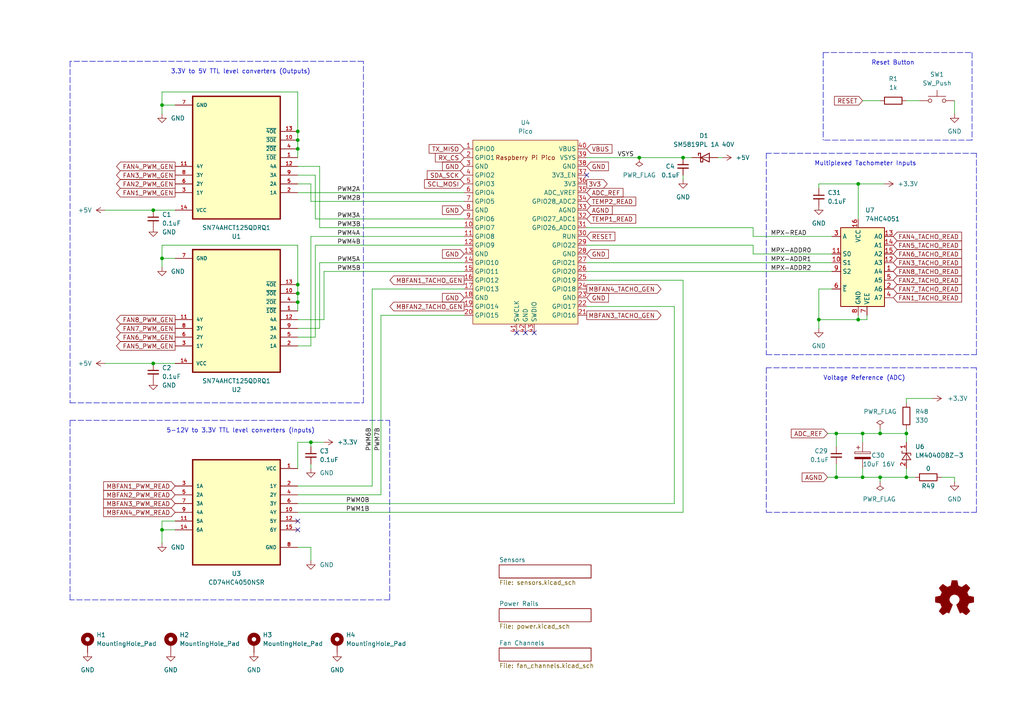
<source format=kicad_sch>
(kicad_sch (version 20211123) (generator eeschema)
  (paper "A4")
  (title_block (title "FanPico-0804D v1.1") (date "2022-10-06") (company "Timo Kokkonen <tjko@iki.fi>") (comment 3 "Fanpico firmware reference PCB."))
  (lib_symbols
    (symbol "74xx:74HC4051"
      (property "Reference" "U" (at -5.08 11.43 0))
      (property "Value" "74HC4051" (at -7.62 -13.97 0))
      (symbol "74HC4051_0_1"
        (rectangle (start -5.08 10.16) (end 7.62 -12.7) (stroke (width 0.254)) (fill (type background)))
      )
      (symbol "74HC4051_1_1"
        (pin passive line (at 10.16 -2.54 180) (length 2.54) (name "A4") (number "1"))
        (pin input line (at -7.62 0 0) (length 2.54) (name "S1") (number "10"))
        (pin input line (at -7.62 2.54 0) (length 2.54) (name "S0") (number "11"))
        (pin passive line (at 10.16 0 180) (length 2.54) (name "A3") (number "12"))
        (pin passive line (at 10.16 7.62 180) (length 2.54) (name "A0") (number "13"))
        (pin passive line (at 10.16 5.08 180) (length 2.54) (name "A1") (number "14"))
        (pin passive line (at 10.16 2.54 180) (length 2.54) (name "A2") (number "15"))
        (pin power_in line (at 0 12.7 270) (length 2.54) (name "VCC") (number "16"))
        (pin passive line (at 10.16 -7.62 180) (length 2.54) (name "A6") (number "2"))
        (pin passive line (at -7.62 7.62 0) (length 2.54) (name "A") (number "3"))
        (pin passive line (at 10.16 -10.16 180) (length 2.54) (name "A7") (number "4"))
        (pin passive line (at 10.16 -5.08 180) (length 2.54) (name "A5") (number "5"))
        (pin input line (at -7.62 -7.62 0) (length 2.54) (name "~{E}") (number "6"))
        (pin power_in line (at 2.54 -15.24 90) (length 2.54) (name "VEE") (number "7"))
        (pin power_in line (at 0 -15.24 90) (length 2.54) (name "GND") (number "8"))
        (pin input line (at -7.62 -2.54 0) (length 2.54) (name "S2") (number "9"))
      )
    )
    (symbol "CD74HC4050M:CD74HC4050M" (pin_names (offset 1.016))
      (property "Reference" "U" (at -12.7 16.2306 0))
      (property "Value" "CD74HC4050M" (at -12.7 -19.2278 0))
      (symbol "CD74HC4050M_0_0"
        (rectangle (start -12.7 -15.24) (end 12.7 15.24) (stroke (width 0.4064)) (fill (type background)))
        (pin power_in line (at 17.78 12.7 180) (length 5.08) (name "VCC") (number "1"))
        (pin output line (at 17.78 0 180) (length 5.08) (name "4Y") (number "10"))
        (pin input line (at -17.78 -2.54 0) (length 5.08) (name "5A") (number "11"))
        (pin output line (at 17.78 -2.54 180) (length 5.08) (name "5Y") (number "12"))
        (pin input line (at -17.78 -5.08 0) (length 5.08) (name "6A") (number "14"))
        (pin output line (at 17.78 -5.08 180) (length 5.08) (name "6Y") (number "15"))
        (pin output line (at 17.78 7.62 180) (length 5.08) (name "1Y") (number "2"))
        (pin input line (at -17.78 7.62 0) (length 5.08) (name "1A") (number "3"))
        (pin output line (at 17.78 5.08 180) (length 5.08) (name "2Y") (number "4"))
        (pin input line (at -17.78 5.08 0) (length 5.08) (name "2A") (number "5"))
        (pin output line (at 17.78 2.54 180) (length 5.08) (name "3Y") (number "6"))
        (pin input line (at -17.78 2.54 0) (length 5.08) (name "3A") (number "7"))
        (pin power_in line (at 17.78 -10.16 180) (length 5.08) (name "GND") (number "8"))
        (pin input line (at -17.78 0 0) (length 5.08) (name "4A") (number "9"))
      )
    )
    (symbol "Device:C_Polarized" (pin_numbers hide) (pin_names (offset 0.254))
      (property "Reference" "C" (at 0.635 2.54 0))
      (property "Value" "C_Polarized" (at 0.635 -2.54 0))
      (symbol "C_Polarized_0_1"
        (rectangle (start -2.286 0.508) (end 2.286 1.016))
        (polyline (pts (xy -1.778 2.286) (xy -0.762 2.286)))
        (polyline (pts (xy -1.27 2.794) (xy -1.27 1.778)))
        (rectangle (start 2.286 -0.508) (end -2.286 -1.016) (fill (type outline)))
      )
      (symbol "C_Polarized_1_1"
        (pin passive line (at 0 3.81 270) (length 2.794) (name "~") (number "1"))
        (pin passive line (at 0 -3.81 90) (length 2.794) (name "~") (number "2"))
      )
    )
    (symbol "Device:C_Small" (pin_numbers hide) (pin_names (offset 0.254) hide)
      (property "Reference" "C" (at 0.254 1.778 0))
      (property "Value" "C_Small" (at 0.254 -2.032 0))
      (symbol "C_Small_0_1"
        (polyline (pts (xy -1.524 -0.508) (xy 1.524 -0.508)) (stroke (width 0.3302)))
        (polyline (pts (xy -1.524 0.508) (xy 1.524 0.508)) (stroke (width 0.3048)))
      )
      (symbol "C_Small_1_1"
        (pin passive line (at 0 2.54 270) (length 2.032) (name "~") (number "1"))
        (pin passive line (at 0 -2.54 90) (length 2.032) (name "~") (number "2"))
      )
    )
    (symbol "Device:D_Schottky" (pin_numbers hide) (pin_names (offset 1.016) hide)
      (property "Reference" "D" (at 0 2.54 0))
      (property "Value" "D_Schottky" (at 0 -2.54 0))
      (symbol "D_Schottky_0_1"
        (polyline (pts (xy 1.27 0) (xy -1.27 0)))
        (polyline (pts (xy 1.27 1.27) (xy 1.27 -1.27) (xy -1.27 0) (xy 1.27 1.27)) (stroke (width 0.254)))
        (polyline (pts (xy -1.905 0.635) (xy -1.905 1.27) (xy -1.27 1.27) (xy -1.27 -1.27) (xy -0.635 -1.27) (xy -0.635 -0.635)) (stroke (width 0.254)))
      )
      (symbol "D_Schottky_1_1"
        (pin passive line (at -3.81 0 0) (length 2.54) (name "K") (number "1"))
        (pin passive line (at 3.81 0 180) (length 2.54) (name "A") (number "2"))
      )
    )
    (symbol "Device:R" (pin_numbers hide) (pin_names (offset 0))
      (property "Reference" "R" (at 2.032 0 90))
      (property "Value" "R" (at 0 0 90))
      (symbol "R_0_1"
        (rectangle (start -1.016 -2.54) (end 1.016 2.54) (stroke (width 0.254)))
      )
      (symbol "R_1_1"
        (pin passive line (at 0 3.81 270) (length 1.27) (name "~") (number "1"))
        (pin passive line (at 0 -3.81 90) (length 1.27) (name "~") (number "2"))
      )
    )
    (symbol "Graphic:Logo_Open_Hardware_Small" (pin_names (offset 1.016))
      (symbol "Logo_Open_Hardware_Small_0_1"
        (polyline (pts (xy 3.3528 -4.3434) (xy 3.302 -4.318) (xy 3.175 -4.2418) (xy 2.9972 -4.1148) (xy 2.7686 -3.9624) (xy 2.54 -3.81) (xy 2.3622 -3.7084) (xy 2.2352 -3.6068) (xy 2.1844 -3.5814) (xy 2.159 -3.6068) (xy 2.0574 -3.6576) (xy 1.905 -3.7338) (xy 1.8034 -3.7846) (xy 1.6764 -3.8354) (xy 1.6002 -3.8354) (xy 1.6002 -3.8354) (xy 1.5494 -3.7338) (xy 1.4732 -3.5306) (xy 1.3462 -3.302) (xy 1.2446 -3.0226) (xy 1.1176 -2.7178) (xy 0.9652 -2.413) (xy 0.8636 -2.1082) (xy 0.7366 -1.8288) (xy 0.6604 -1.6256) (xy 0.6096 -1.4732) (xy 0.5842 -1.397) (xy 0.5842 -1.397) (xy 0.6604 -1.3208) (xy 0.7874 -1.2446) (xy 1.0414 -1.016) (xy 1.2954 -0.6858) (xy 1.4478 -0.3302) (xy 1.524 0.0762) (xy 1.4732 0.4572) (xy 1.3208 0.8128) (xy 1.0668 1.143) (xy 0.762 1.3716) (xy 0.4064 1.524) (xy 0 1.5748) (xy -0.381 1.5494) (xy -0.7366 1.397) (xy -1.0668 1.143) (xy -1.2192 0.9906) (xy -1.397 0.6604) (xy -1.524 0.3048) (xy -1.524 0.2286) (xy -1.4986 -0.1778) (xy -1.397 -0.5334) (xy -1.1938 -0.8636) (xy -0.9144 -1.143) (xy -0.8636 -1.1684) (xy -0.7366 -1.27) (xy -0.635 -1.3462) (xy -0.5842 -1.397) (xy -1.0668 -2.5908) (xy -1.143 -2.794) (xy -1.2954 -3.1242) (xy -1.397 -3.4036) (xy -1.4986 -3.6322) (xy -1.5748 -3.7846) (xy -1.6002 -3.8354) (xy -1.6002 -3.8354) (xy -1.651 -3.8354) (xy -1.7272 -3.81) (xy -1.905 -3.7338) (xy -2.0066 -3.683) (xy -2.1336 -3.6068) (xy -2.2098 -3.5814) (xy -2.2606 -3.6068) (xy -2.3622 -3.683) (xy -2.54 -3.81) (xy -2.7686 -3.9624) (xy -2.9718 -4.0894) (xy -3.1496 -4.2164) (xy -3.302 -4.318) (xy -3.3528 -4.3434) (xy -3.3782 -4.3434) (xy -3.429 -4.318) (xy -3.5306 -4.2164) (xy -3.7084 -4.064) (xy -3.937 -3.8354) (xy -3.9624 -3.81) (xy -4.1656 -3.6068) (xy -4.318 -3.4544) (xy -4.4196 -3.3274) (xy -4.445 -3.2766) (xy -4.445 -3.2766) (xy -4.4196 -3.2258) (xy -4.318 -3.0734) (xy -4.2164 -2.8956) (xy -4.064 -2.667) (xy -3.6576 -2.0828) (xy -3.8862 -1.5494) (xy -3.937 -1.3716) (xy -4.0386 -1.1684) (xy -4.0894 -1.0414) (xy -4.1148 -0.9652) (xy -4.191 -0.9398) (xy -4.318 -0.9144) (xy -4.5466 -0.8636) (xy -4.8006 -0.8128) (xy -5.0546 -0.7874) (xy -5.2578 -0.7366) (xy -5.4356 -0.7112) (xy -5.5118 -0.6858) (xy -5.5118 -0.6858) (xy -5.5372 -0.635) (xy -5.5372 -0.5588) (xy -5.5372 -0.4318) (xy -5.5626 -0.2286) (xy -5.5626 0.0762) (xy -5.5626 0.127) (xy -5.5372 0.4064) (xy -5.5372 0.635) (xy -5.5372 0.762) (xy -5.5372 0.8382) (xy -5.5372 0.8382) (xy -5.461 0.8382) (xy -5.3086 0.889) (xy -5.08 0.9144) (xy -4.826 0.9652) (xy -4.8006 0.9906) (xy -4.5466 1.0414) (xy -4.318 1.0668) (xy -4.1656 1.1176) (xy -4.0894 1.143) (xy -4.0894 1.143) (xy -4.0386 1.2446) (xy -3.9624 1.4224) (xy -3.8608 1.6256) (xy -3.7846 1.8288) (xy -3.7084 2.0066) (xy -3.6576 2.159) (xy -3.6322 2.2098) (xy -3.6322 2.2098) (xy -3.683 2.286) (xy -3.7592 2.413) (xy -3.8862 2.5908) (xy -4.064 2.8194) (xy -4.064 2.8448) (xy -4.2164 3.0734) (xy -4.3434 3.2512) (xy -4.4196 3.3782) (xy -4.445 3.4544) (xy -4.445 3.4544) (xy -4.3942 3.5052) (xy -4.2926 3.6322) (xy -4.1148 3.81) (xy -3.937 4.0132) (xy -3.8608 4.064) (xy -3.6576 4.2926) (xy -3.5052 4.4196) (xy -3.4036 4.4958) (xy -3.3528 4.5212) (xy -3.3528 4.5212) (xy -3.302 4.4704) (xy -3.1496 4.3688) (xy -2.9718 4.2418) (xy -2.7432 4.0894) (xy -2.7178 4.0894) (xy -2.4892 3.937) (xy -2.3114 3.81) (xy -2.1844 3.7084) (xy -2.1336 3.683) (xy -2.1082 3.683) (xy -2.032 3.7084) (xy -1.8542 3.7592) (xy -1.6764 3.8354) (xy -1.4732 3.937) (xy -1.27 4.0132) (xy -1.143 4.064) (xy -1.0668 4.1148) (xy -1.0668 4.1148) (xy -1.0414 4.191) (xy -1.016 4.3434) (xy -0.9652 4.572) (xy -0.9144 4.8514) (xy -0.889 4.9022) (xy -0.8382 5.1562) (xy -0.8128 5.3848) (xy -0.7874 5.5372) (xy -0.762 5.588) (xy -0.7112 5.6134) (xy -0.5842 5.6134) (xy -0.4064 5.6134) (xy -0.1524 5.6134) (xy 0.0762 5.6134) (xy 0.3302 5.6134) (xy 0.5334 5.6134) (xy 0.6858 5.588) (xy 0.7366 5.588) (xy 0.7366 5.588) (xy 0.762 5.5118) (xy 0.8128 5.334) (xy 0.8382 5.1054) (xy 0.9144 4.826) (xy 0.9144 4.7752) (xy 0.9652 4.5212) (xy 1.016 4.2926) (xy 1.0414 4.1402) (xy 1.0668 4.0894) (xy 1.0668 4.0894) (xy 1.1938 4.0386) (xy 1.3716 3.9624) (xy 1.5748 3.8608) (xy 2.0828 3.6576) (xy 2.7178 4.0894) (xy 2.7686 4.1402) (xy 2.9972 4.2926) (xy 3.175 4.4196) (xy 3.302 4.4958) (xy 3.3782 4.5212) (xy 3.3782 4.5212) (xy 3.429 4.4704) (xy 3.556 4.3434) (xy 3.7338 4.191) (xy 3.9116 3.9878) (xy 4.064 3.8354) (xy 4.2418 3.6576) (xy 4.3434 3.556) (xy 4.4196 3.4798) (xy 4.4196 3.429) (xy 4.4196 3.4036) (xy 4.3942 3.3274) (xy 4.2926 3.2004) (xy 4.1656 2.9972) (xy 4.0132 2.794) (xy 3.8862 2.5908) (xy 3.7592 2.3876) (xy 3.6576 2.2352) (xy 3.6322 2.159) (xy 3.6322 2.1336) (xy 3.683 2.0066) (xy 3.7592 1.8288) (xy 3.8608 1.6002) (xy 4.064 1.1176) (xy 4.3942 1.0414) (xy 4.5974 1.016) (xy 4.8768 0.9652) (xy 5.1308 0.9144) (xy 5.5372 0.8382) (xy 5.5626 -0.6604) (xy 5.4864 -0.6858) (xy 5.4356 -0.6858) (xy 5.2832 -0.7366) (xy 5.0546 -0.762) (xy 4.8006 -0.8128) (xy 4.5974 -0.8636) (xy 4.3688 -0.9144) (xy 4.2164 -0.9398) (xy 4.1402 -0.9398) (xy 4.1148 -0.9652) (xy 4.064 -1.0668) (xy 3.9878 -1.2446) (xy 3.9116 -1.4478) (xy 3.81 -1.651) (xy 3.7338 -1.8542) (xy 3.683 -2.0066) (xy 3.6576 -2.0828) (xy 3.683 -2.1336) (xy 3.7846 -2.2606) (xy 3.8862 -2.4638) (xy 4.0386 -2.667) (xy 4.191 -2.8956) (xy 4.318 -3.0734) (xy 4.3942 -3.2004) (xy 4.445 -3.2766) (xy 4.4196 -3.3274) (xy 4.3434 -3.429) (xy 4.1656 -3.5814) (xy 3.937 -3.8354) (xy 3.8862 -3.8608) (xy 3.683 -4.064) (xy 3.5306 -4.2164) (xy 3.4036 -4.318) (xy 3.3528 -4.3434)) (fill (type outline)))
      )
    )
    (symbol "MCU_RaspberryPi_and_Boards:Pico"
      (property "Reference" "U" (at -13.97 27.94 0))
      (property "Value" "Pico" (at 0 19.05 0))
      (symbol "Pico_0_0"
        (text "Raspberry Pi Pico" (at 0 21.59 0) (effects (font (size 1.27 1.27))))
      )
      (symbol "Pico_0_1"
        (rectangle (start -15.24 26.67) (end 15.24 -26.67) (fill (type background)))
      )
      (symbol "Pico_1_1"
        (pin bidirectional line (at -17.78 24.13 0) (length 2.54) (name "GPIO0") (number "1"))
        (pin bidirectional line (at -17.78 1.27 0) (length 2.54) (name "GPIO7") (number "10"))
        (pin bidirectional line (at -17.78 -1.27 0) (length 2.54) (name "GPIO8") (number "11"))
        (pin bidirectional line (at -17.78 -3.81 0) (length 2.54) (name "GPIO9") (number "12"))
        (pin power_in line (at -17.78 -6.35 0) (length 2.54) (name "GND") (number "13"))
        (pin bidirectional line (at -17.78 -8.89 0) (length 2.54) (name "GPIO10") (number "14"))
        (pin bidirectional line (at -17.78 -11.43 0) (length 2.54) (name "GPIO11") (number "15"))
        (pin bidirectional line (at -17.78 -13.97 0) (length 2.54) (name "GPIO12") (number "16"))
        (pin bidirectional line (at -17.78 -16.51 0) (length 2.54) (name "GPIO13") (number "17"))
        (pin power_in line (at -17.78 -19.05 0) (length 2.54) (name "GND") (number "18"))
        (pin bidirectional line (at -17.78 -21.59 0) (length 2.54) (name "GPIO14") (number "19"))
        (pin bidirectional line (at -17.78 21.59 0) (length 2.54) (name "GPIO1") (number "2"))
        (pin bidirectional line (at -17.78 -24.13 0) (length 2.54) (name "GPIO15") (number "20"))
        (pin bidirectional line (at 17.78 -24.13 180) (length 2.54) (name "GPIO16") (number "21"))
        (pin bidirectional line (at 17.78 -21.59 180) (length 2.54) (name "GPIO17") (number "22"))
        (pin power_in line (at 17.78 -19.05 180) (length 2.54) (name "GND") (number "23"))
        (pin bidirectional line (at 17.78 -16.51 180) (length 2.54) (name "GPIO18") (number "24"))
        (pin bidirectional line (at 17.78 -13.97 180) (length 2.54) (name "GPIO19") (number "25"))
        (pin bidirectional line (at 17.78 -11.43 180) (length 2.54) (name "GPIO20") (number "26"))
        (pin bidirectional line (at 17.78 -8.89 180) (length 2.54) (name "GPIO21") (number "27"))
        (pin power_in line (at 17.78 -6.35 180) (length 2.54) (name "GND") (number "28"))
        (pin bidirectional line (at 17.78 -3.81 180) (length 2.54) (name "GPIO22") (number "29"))
        (pin power_in line (at -17.78 19.05 0) (length 2.54) (name "GND") (number "3"))
        (pin input line (at 17.78 -1.27 180) (length 2.54) (name "RUN") (number "30"))
        (pin bidirectional line (at 17.78 1.27 180) (length 2.54) (name "GPIO26_ADC0") (number "31"))
        (pin bidirectional line (at 17.78 3.81 180) (length 2.54) (name "GPIO27_ADC1") (number "32"))
        (pin power_in line (at 17.78 6.35 180) (length 2.54) (name "AGND") (number "33"))
        (pin bidirectional line (at 17.78 8.89 180) (length 2.54) (name "GPIO28_ADC2") (number "34"))
        (pin power_in line (at 17.78 11.43 180) (length 2.54) (name "ADC_VREF") (number "35"))
        (pin power_in line (at 17.78 13.97 180) (length 2.54) (name "3V3") (number "36"))
        (pin input line (at 17.78 16.51 180) (length 2.54) (name "3V3_EN") (number "37"))
        (pin power_in line (at 17.78 19.05 180) (length 2.54) (name "GND") (number "38"))
        (pin power_in line (at 17.78 21.59 180) (length 2.54) (name "VSYS") (number "39"))
        (pin bidirectional line (at -17.78 16.51 0) (length 2.54) (name "GPIO2") (number "4"))
        (pin power_in line (at 17.78 24.13 180) (length 2.54) (name "VBUS") (number "40"))
        (pin input line (at -2.54 -29.21 90) (length 2.54) (name "SWCLK") (number "41"))
        (pin power_in line (at 0 -29.21 90) (length 2.54) (name "GND") (number "42"))
        (pin bidirectional line (at 2.54 -29.21 90) (length 2.54) (name "SWDIO") (number "43"))
        (pin bidirectional line (at -17.78 13.97 0) (length 2.54) (name "GPIO3") (number "5"))
        (pin bidirectional line (at -17.78 11.43 0) (length 2.54) (name "GPIO4") (number "6"))
        (pin bidirectional line (at -17.78 8.89 0) (length 2.54) (name "GPIO5") (number "7"))
        (pin power_in line (at -17.78 6.35 0) (length 2.54) (name "GND") (number "8"))
        (pin bidirectional line (at -17.78 3.81 0) (length 2.54) (name "GPIO6") (number "9"))
      )
    )
    (symbol "Mechanical:MountingHole_Pad" (pin_numbers hide) (pin_names (offset 1.016) hide)
      (property "Reference" "H" (at 0 6.35 0))
      (property "Value" "MountingHole_Pad" (at 0 4.445 0))
      (symbol "MountingHole_Pad_0_1"
        (circle (center 0 1.27) (radius 1.27) (stroke (width 1.27)))
      )
      (symbol "MountingHole_Pad_1_1"
        (pin input line (at 0 -2.54 90) (length 2.54) (name "1") (number "1"))
      )
    )
    (symbol "Reference_Voltage:LM4040DBZ-3" (pin_names (offset 0.0254) hide)
      (property "Reference" "U" (at 0 2.54 0))
      (property "Value" "LM4040DBZ-3" (at 0 -3.175 0))
      (symbol "LM4040DBZ-3_0_1"
        (polyline (pts (xy -1.27 0) (xy 0 0) (xy 1.27 0)))
        (polyline (pts (xy -1.27 -1.27) (xy 0.635 0) (xy -1.27 1.27) (xy -1.27 -1.27)) (stroke (width 0.2032)))
        (polyline (pts (xy 0 -1.27) (xy 0.635 -1.27) (xy 0.635 1.27) (xy 1.27 1.27)) (stroke (width 0.2032)))
      )
      (symbol "LM4040DBZ-3_1_1"
        (pin passive line (at 3.81 0 180) (length 2.54) (name "K") (number "1"))
        (pin passive line (at -3.81 0 0) (length 2.54) (name "A") (number "2"))
      )
    )
    (symbol "SN74AHCT125PW:SN74AHCT125PW" (pin_names (offset 1.016))
      (property "Reference" "U" (at -12.7 18.7706 0))
      (property "Value" "SN74AHCT125PW" (at -12.7 -21.7678 0))
      (symbol "SN74AHCT125PW_0_0"
        (rectangle (start -12.7 -17.78) (end 12.7 17.78) (stroke (width 0.4064)) (fill (type background)))
        (pin input line (at -17.78 0 0) (length 5.08) (name "~{1OE}") (number "1"))
        (pin input line (at -17.78 -5.08 0) (length 5.08) (name "~{3OE}") (number "10"))
        (pin output line (at 17.78 2.54 180) (length 5.08) (name "4Y") (number "11"))
        (pin input line (at -17.78 2.54 0) (length 5.08) (name "4A") (number "12"))
        (pin input line (at -17.78 -7.62 0) (length 5.08) (name "~{4OE}") (number "13"))
        (pin power_in line (at 17.78 15.24 180) (length 5.08) (name "VCC") (number "14"))
        (pin input line (at -17.78 10.16 0) (length 5.08) (name "1A") (number "2"))
        (pin output line (at 17.78 10.16 180) (length 5.08) (name "1Y") (number "3"))
        (pin input line (at -17.78 -2.54 0) (length 5.08) (name "~{2OE}") (number "4"))
        (pin input line (at -17.78 7.62 0) (length 5.08) (name "2A") (number "5"))
        (pin output line (at 17.78 7.62 180) (length 5.08) (name "2Y") (number "6"))
        (pin power_in line (at 17.78 -15.24 180) (length 5.08) (name "GND") (number "7"))
        (pin output line (at 17.78 5.08 180) (length 5.08) (name "3Y") (number "8"))
        (pin input line (at -17.78 5.08 0) (length 5.08) (name "3A") (number "9"))
      )
    )
    (symbol "Switch:SW_Push" (pin_numbers hide) (pin_names (offset 1.016) hide)
      (property "Reference" "SW" (at 1.27 2.54 0))
      (property "Value" "SW_Push" (at 0 -1.524 0))
      (symbol "SW_Push_0_1"
        (circle (center -2.032 0) (radius 0.508))
        (polyline (pts (xy 0 1.27) (xy 0 3.048)))
        (polyline (pts (xy 2.54 1.27) (xy -2.54 1.27)))
        (circle (center 2.032 0) (radius 0.508))
        (pin passive line (at -5.08 0 0) (length 2.54) (name "1") (number "1"))
        (pin passive line (at 5.08 0 180) (length 2.54) (name "2") (number "2"))
      )
    )
    (symbol "power:+3.3V" (power) (pin_names (offset 0))
      (property "Value" "+3.3V" (at 0 3.556 0))
      (symbol "+3.3V_0_1"
        (polyline (pts (xy -0.762 1.27) (xy 0 2.54)))
        (polyline (pts (xy 0 0) (xy 0 2.54)))
        (polyline (pts (xy 0 2.54) (xy 0.762 1.27)))
      )
      (symbol "+3.3V_1_1"
        (pin power_in line (at 0 0 90) (length 0) hide (name "+3.3V") (number "1"))
      )
    )
    (symbol "power:+5V" (power) (pin_names (offset 0))
      (property "Value" "+5V" (at 0 3.556 0))
      (symbol "+5V_0_1"
        (polyline (pts (xy -0.762 1.27) (xy 0 2.54)))
        (polyline (pts (xy 0 0) (xy 0 2.54)))
        (polyline (pts (xy 0 2.54) (xy 0.762 1.27)))
      )
      (symbol "+5V_1_1"
        (pin power_in line (at 0 0 90) (length 0) hide (name "+5V") (number "1"))
      )
    )
    (symbol "power:GND" (power) (pin_names (offset 0))
      (property "Value" "GND" (at 0 -3.81 0))
      (symbol "GND_0_1"
        (polyline (pts (xy 0 0) (xy 0 -1.27) (xy 1.27 -1.27) (xy 0 -2.54) (xy -1.27 -1.27) (xy 0 -1.27)))
      )
      (symbol "GND_1_1"
        (pin power_in line (at 0 0 270) (length 0) hide (name "GND") (number "1"))
      )
    )
    (symbol "power:PWR_FLAG" (power) (pin_numbers hide) (pin_names (offset 0) hide)
      (property "Value" "PWR_FLAG" (at 0 3.81 0))
      (symbol "PWR_FLAG_0_0"
        (pin power_out line (at 0 0 90) (length 0) (name "pwr") (number "1"))
      )
      (symbol "PWR_FLAG_0_1"
        (polyline (pts (xy 0 0) (xy 0 1.27) (xy -1.016 1.905) (xy 0 2.54) (xy 1.016 1.905) (xy 0 1.27)))
      )
    )
  )
  (junction (at 46.99 30.48))
  (junction (at 86.36 38.1))
  (junction (at 248.92 53.34))
  (junction (at 86.36 85.09))
  (junction (at 185.42 45.72))
  (junction (at 250.19 138.43))
  (junction (at 255.27 138.43))
  (junction (at 255.27 125.73))
  (junction (at 46.99 74.93))
  (junction (at 86.36 87.63))
  (junction (at 250.19 125.73))
  (junction (at 237.49 92.71))
  (junction (at 90.17 128.27))
  (junction (at 44.45 105.41))
  (junction (at 46.99 153.67))
  (junction (at 44.45 60.96))
  (junction (at 86.36 82.55))
  (junction (at 262.89 138.43))
  (junction (at 86.36 40.64))
  (junction (at 86.36 43.18))
  (junction (at 242.57 125.73))
  (junction (at 262.89 125.73))
  (junction (at 248.92 92.71))
  (junction (at 242.57 138.43))
  (junction (at 198.12 45.72))
  (no_connect (at 149.86 96.52))
  (no_connect (at 152.4 96.52))
  (no_connect (at 154.94 96.52))
  (no_connect (at 170.18 50.8))
  (no_connect (at 86.36 151.13))
  (no_connect (at 86.36 153.67))
  (wire (pts (xy 218.44 68.58) (xy 241.3 68.58)))
  (wire (pts (xy 134.62 78.74) (xy 93.98 78.74)))
  (polyline (pts (xy 105.41 116.84) (xy 105.41 17.78)))
  (wire (pts (xy 92.71 66.04) (xy 92.71 48.26)))
  (wire (pts (xy 273.05 138.43) (xy 276.86 138.43)))
  (wire (pts (xy 250.19 125.73) (xy 250.19 128.27)))
  (wire (pts (xy 237.49 53.34) (xy 248.92 53.34)))
  (polyline (pts (xy 20.32 173.99) (xy 20.32 121.92)))
  (wire (pts (xy 134.62 58.42) (xy 90.17 58.42)))
  (wire (pts (xy 242.57 138.43) (xy 240.03 138.43)))
  (wire (pts (xy 237.49 83.82) (xy 237.49 92.71)))
  (wire (pts (xy 209.55 45.72) (xy 208.28 45.72)))
  (wire (pts (xy 86.36 40.64) (xy 86.36 43.18)))
  (wire (pts (xy 242.57 125.73) (xy 242.57 129.54)))
  (wire (pts (xy 262.89 115.57) (xy 262.89 116.84)))
  (wire (pts (xy 255.27 138.43) (xy 255.27 139.7)))
  (wire (pts (xy 86.36 85.09) (xy 86.36 87.63)))
  (wire (pts (xy 90.17 100.33) (xy 86.36 100.33)))
  (wire (pts (xy 134.62 91.44) (xy 110.49 91.44)))
  (wire (pts (xy 218.44 66.04) (xy 218.44 68.58)))
  (wire (pts (xy 198.12 45.72) (xy 200.66 45.72)))
  (wire (pts (xy 198.12 148.59) (xy 86.36 148.59)))
  (wire (pts (xy 86.36 38.1) (xy 86.36 40.64)))
  (wire (pts (xy 195.58 88.9) (xy 195.58 146.05)))
  (wire (pts (xy 46.99 153.67) (xy 46.99 157.48)))
  (wire (pts (xy 134.62 83.82) (xy 107.95 83.82)))
  (wire (pts (xy 90.17 128.27) (xy 93.98 128.27)))
  (wire (pts (xy 250.19 135.89) (xy 250.19 138.43)))
  (wire (pts (xy 134.62 71.12) (xy 91.44 71.12)))
  (wire (pts (xy 250.19 125.73) (xy 255.27 125.73)))
  (wire (pts (xy 262.89 115.57) (xy 270.51 115.57)))
  (wire (pts (xy 86.36 135.89) (xy 86.36 128.27)))
  (wire (pts (xy 107.95 83.82) (xy 107.95 140.97)))
  (wire (pts (xy 46.99 151.13) (xy 50.8 151.13)))
  (polyline (pts (xy 238.76 15.24) (xy 238.76 40.64)))
  (wire (pts (xy 92.71 76.2) (xy 92.71 95.25)))
  (wire (pts (xy 91.44 71.12) (xy 91.44 97.79)))
  (wire (pts (xy 44.45 105.41) (xy 50.8 105.41)))
  (polyline (pts (xy 283.21 44.45) (xy 222.25 44.45)))
  (wire (pts (xy 237.49 83.82) (xy 241.3 83.82)))
  (wire (pts (xy 265.43 138.43) (xy 262.89 138.43)))
  (wire (pts (xy 250.19 138.43) (xy 242.57 138.43)))
  (wire (pts (xy 46.99 26.67) (xy 46.99 30.48)))
  (wire (pts (xy 242.57 134.62) (xy 242.57 138.43)))
  (wire (pts (xy 90.17 53.34) (xy 90.17 58.42)))
  (wire (pts (xy 237.49 92.71) (xy 248.92 92.71)))
  (wire (pts (xy 218.44 71.12) (xy 218.44 73.66)))
  (polyline (pts (xy 105.41 17.78) (xy 20.32 17.78)))
  (wire (pts (xy 50.8 74.93) (xy 46.99 74.93)))
  (wire (pts (xy 198.12 50.8) (xy 198.12 52.07)))
  (polyline (pts (xy 222.25 148.59) (xy 283.21 148.59)))
  (polyline (pts (xy 281.94 40.64) (xy 238.76 40.64)))
  (wire (pts (xy 276.86 138.43) (xy 276.86 139.7)))
  (wire (pts (xy 86.36 38.1) (xy 86.36 26.67)))
  (wire (pts (xy 240.03 125.73) (xy 242.57 125.73)))
  (wire (pts (xy 134.62 76.2) (xy 92.71 76.2)))
  (polyline (pts (xy 238.76 15.24) (xy 281.94 15.24)))
  (wire (pts (xy 185.42 45.72) (xy 198.12 45.72)))
  (wire (pts (xy 86.36 128.27) (xy 90.17 128.27)))
  (wire (pts (xy 86.36 82.55) (xy 86.36 85.09)))
  (polyline (pts (xy 283.21 106.68) (xy 222.25 106.68)))
  (wire (pts (xy 170.18 71.12) (xy 218.44 71.12)))
  (wire (pts (xy 255.27 125.73) (xy 262.89 125.73)))
  (wire (pts (xy 170.18 76.2) (xy 241.3 76.2)))
  (polyline (pts (xy 283.21 102.87) (xy 283.21 44.45)))
  (wire (pts (xy 242.57 125.73) (xy 250.19 125.73)))
  (wire (pts (xy 276.86 29.21) (xy 276.86 33.02)))
  (wire (pts (xy 248.92 92.71) (xy 248.92 91.44)))
  (wire (pts (xy 218.44 73.66) (xy 241.3 73.66)))
  (wire (pts (xy 262.89 125.73) (xy 262.89 128.27)))
  (wire (pts (xy 250.19 29.21) (xy 255.27 29.21)))
  (wire (pts (xy 170.18 45.72) (xy 185.42 45.72)))
  (wire (pts (xy 46.99 153.67) (xy 46.99 151.13)))
  (wire (pts (xy 92.71 95.25) (xy 86.36 95.25)))
  (polyline (pts (xy 113.03 121.92) (xy 113.03 173.99)))
  (wire (pts (xy 170.18 81.28) (xy 198.12 81.28)))
  (wire (pts (xy 255.27 138.43) (xy 250.19 138.43)))
  (wire (pts (xy 107.95 140.97) (xy 86.36 140.97)))
  (wire (pts (xy 262.89 124.46) (xy 262.89 125.73)))
  (wire (pts (xy 46.99 71.12) (xy 46.99 74.93)))
  (wire (pts (xy 262.89 138.43) (xy 262.89 135.89)))
  (wire (pts (xy 248.92 63.5) (xy 248.92 53.34)))
  (polyline (pts (xy 222.25 102.87) (xy 283.21 102.87)))
  (wire (pts (xy 46.99 30.48) (xy 46.99 33.02)))
  (wire (pts (xy 86.36 146.05) (xy 195.58 146.05)))
  (wire (pts (xy 170.18 78.74) (xy 241.3 78.74)))
  (polyline (pts (xy 113.03 173.99) (xy 20.32 173.99)))
  (polyline (pts (xy 20.32 121.92) (xy 113.03 121.92)))
  (wire (pts (xy 86.36 26.67) (xy 46.99 26.67)))
  (wire (pts (xy 237.49 92.71) (xy 237.49 95.25)))
  (wire (pts (xy 86.36 43.18) (xy 86.36 45.72)))
  (wire (pts (xy 110.49 143.51) (xy 86.36 143.51)))
  (wire (pts (xy 93.98 92.71) (xy 86.36 92.71)))
  (wire (pts (xy 91.44 63.5) (xy 134.62 63.5)))
  (wire (pts (xy 86.36 87.63) (xy 86.36 90.17)))
  (polyline (pts (xy 222.25 44.45) (xy 222.25 102.87)))
  (wire (pts (xy 248.92 92.71) (xy 251.46 92.71)))
  (wire (pts (xy 90.17 158.75) (xy 90.17 162.56)))
  (wire (pts (xy 30.48 105.41) (xy 44.45 105.41)))
  (wire (pts (xy 90.17 68.58) (xy 90.17 100.33)))
  (wire (pts (xy 46.99 153.67) (xy 50.8 153.67)))
  (wire (pts (xy 46.99 74.93) (xy 46.99 77.47)))
  (wire (pts (xy 91.44 50.8) (xy 86.36 50.8)))
  (polyline (pts (xy 283.21 148.59) (xy 283.21 106.68)))
  (wire (pts (xy 86.36 97.79) (xy 91.44 97.79)))
  (wire (pts (xy 90.17 53.34) (xy 86.36 53.34)))
  (wire (pts (xy 90.17 128.27) (xy 90.17 129.54)))
  (wire (pts (xy 86.36 82.55) (xy 86.36 71.12)))
  (polyline (pts (xy 222.25 106.68) (xy 222.25 148.59)))
  (wire (pts (xy 170.18 66.04) (xy 218.44 66.04)))
  (polyline (pts (xy 20.32 116.84) (xy 105.41 116.84)))
  (wire (pts (xy 237.49 54.61) (xy 237.49 53.34)))
  (polyline (pts (xy 20.32 17.78) (xy 20.32 116.84)))
  (wire (pts (xy 170.18 88.9) (xy 195.58 88.9)))
  (wire (pts (xy 255.27 124.46) (xy 255.27 125.73)))
  (wire (pts (xy 86.36 55.88) (xy 134.62 55.88)))
  (wire (pts (xy 44.45 60.96) (xy 50.8 60.96)))
  (wire (pts (xy 248.92 53.34) (xy 256.54 53.34)))
  (wire (pts (xy 90.17 158.75) (xy 86.36 158.75)))
  (wire (pts (xy 251.46 92.71) (xy 251.46 91.44)))
  (wire (pts (xy 50.8 30.48) (xy 46.99 30.48)))
  (wire (pts (xy 262.89 138.43) (xy 255.27 138.43)))
  (wire (pts (xy 86.36 71.12) (xy 46.99 71.12)))
  (wire (pts (xy 134.62 68.58) (xy 90.17 68.58)))
  (polyline (pts (xy 281.94 15.24) (xy 281.94 40.64)))
  (wire (pts (xy 134.62 66.04) (xy 92.71 66.04)))
  (wire (pts (xy 93.98 78.74) (xy 93.98 92.71)))
  (wire (pts (xy 262.89 29.21) (xy 266.7 29.21)))
  (wire (pts (xy 110.49 91.44) (xy 110.49 143.51)))
  (wire (pts (xy 198.12 81.28) (xy 198.12 148.59)))
  (wire (pts (xy 30.48 60.96) (xy 44.45 60.96)))
  (wire (pts (xy 90.17 134.62) (xy 90.17 135.89)))
  (wire (pts (xy 91.44 63.5) (xy 91.44 50.8)))
  (wire (pts (xy 92.71 48.26) (xy 86.36 48.26)))
  (text "Reset Button" (at 252.73 19.05 0) (effects (font (size 1.27 1.27)) (justify left bottom)))
  (text "3.3V to 5V TTL level converters (Outputs)" (at 49.53 21.59 0) (effects (font (size 1.27 1.27)) (justify left bottom)))
  (text "Multiplexed Tachometer Inputs" (at 236.22 48.26 0) (effects (font (size 1.27 1.27)) (justify left bottom)))
  (text "5-12V to 3.3V TTL level converters (Inputs)" (at 48.26 125.73 0) (effects (font (size 1.27 1.27)) (justify left bottom)))
  (text "Voltage Reference (ADC)" (at 238.76 110.49 0) (effects (font (size 1.27 1.27)) (justify left bottom)))
  (label "PWM2A" (at 97.79 55.88 0))
  (label "PWM5A" (at 97.79 76.2 0))
  (label "MPX-READ" (at 223.52 68.58 0))
  (label "PWM5B" (at 97.79 78.74 0))
  (label "PWM7B" (at 110.49 130.81 90))
  (label "PWM6B" (at 107.95 130.81 90))
  (label "MPX-ADDR1" (at 223.52 76.2 0))
  (label "PWM4B" (at 97.79 71.12 0))
  (label "MPX-ADDR0" (at 223.52 73.66 0))
  (label "PWM1B" (at 100.33 148.59 0))
  (label "PWM0B" (at 100.33 146.05 0))
  (label "PWM4A" (at 97.79 68.58 0))
  (label "MPX-ADDR2" (at 223.52 78.74 0))
  (label "VSYS" (at 179.07 45.72 0))
  (label "PWM3A" (at 97.79 63.5 0))
  (label "PWM3B" (at 97.79 66.04 0))
  (label "PWM2B" (at 97.79 58.42 0))
  (global_label "GND" (shape input) (at 134.62 60.96 180) (property "Intersheet References" "${INTERSHEET_REFS}" (effects hide)))
  (global_label "AGND" (shape input) (at 240.03 138.43 180) (property "Intersheet References" "${INTERSHEET_REFS}" (effects hide)))
  (global_label "GND" (shape input) (at 170.18 86.36 0) (property "Intersheet References" "${INTERSHEET_REFS}" (effects hide)))
  (global_label "FAN3_TACHO_READ" (shape input) (at 259.08 76.2 0) (property "Intersheet References" "${INTERSHEET_REFS}" (effects hide)))
  (global_label "MBFAN3_TACHO_GEN" (shape output) (at 170.18 91.44 0) (property "Intersheet References" "${INTERSHEET_REFS}" (effects hide)))
  (global_label "3V3" (shape output) (at 170.18 53.34 0) (property "Intersheet References" "${INTERSHEET_REFS}" (effects hide)))
  (global_label "RX_CS" (shape input) (at 134.62 45.72 180) (property "Intersheet References" "${INTERSHEET_REFS}" (effects hide)))
  (global_label "FAN2_TACHO_READ" (shape input) (at 259.08 81.28 0) (property "Intersheet References" "${INTERSHEET_REFS}" (effects hide)))
  (global_label "GND" (shape input) (at 134.62 48.26 180) (property "Intersheet References" "${INTERSHEET_REFS}" (effects hide)))
  (global_label "MBFAN2_TACHO_GEN" (shape output) (at 134.62 88.9 180) (property "Intersheet References" "${INTERSHEET_REFS}" (effects hide)))
  (global_label "AGND" (shape input) (at 170.18 60.96 0) (property "Intersheet References" "${INTERSHEET_REFS}" (effects hide)))
  (global_label "MBFAN1_TACHO_GEN" (shape output) (at 134.62 81.28 180) (property "Intersheet References" "${INTERSHEET_REFS}" (effects hide)))
  (global_label "FAN3_PWM_GEN" (shape output) (at 50.8 50.8 180) (property "Intersheet References" "${INTERSHEET_REFS}" (effects hide)))
  (global_label "FAN8_PWM_GEN" (shape output) (at 50.8 92.71 180) (property "Intersheet References" "${INTERSHEET_REFS}" (effects hide)))
  (global_label "MBFAN4_TACHO_GEN" (shape output) (at 170.18 83.82 0) (property "Intersheet References" "${INTERSHEET_REFS}" (effects hide)))
  (global_label "FAN8_TACHO_READ" (shape input) (at 259.08 78.74 0) (property "Intersheet References" "${INTERSHEET_REFS}" (effects hide)))
  (global_label "FAN6_TACHO_READ" (shape input) (at 259.08 73.66 0) (property "Intersheet References" "${INTERSHEET_REFS}" (effects hide)))
  (global_label "SCL_MOSI" (shape input) (at 134.62 53.34 180) (property "Intersheet References" "${INTERSHEET_REFS}" (effects hide)))
  (global_label "TX_MISO" (shape input) (at 134.62 43.18 180) (property "Intersheet References" "${INTERSHEET_REFS}" (effects hide)))
  (global_label "FAN1_TACHO_READ" (shape input) (at 259.08 86.36 0) (property "Intersheet References" "${INTERSHEET_REFS}" (effects hide)))
  (global_label "FAN7_TACHO_READ" (shape input) (at 259.08 83.82 0) (property "Intersheet References" "${INTERSHEET_REFS}" (effects hide)))
  (global_label "FAN5_TACHO_READ" (shape input) (at 259.08 71.12 0) (property "Intersheet References" "${INTERSHEET_REFS}" (effects hide)))
  (global_label "GND" (shape input) (at 170.18 73.66 0) (property "Intersheet References" "${INTERSHEET_REFS}" (effects hide)))
  (global_label "FAN1_PWM_GEN" (shape output) (at 50.8 55.88 180) (property "Intersheet References" "${INTERSHEET_REFS}" (effects hide)))
  (global_label "MBFAN2_PWM_READ" (shape input) (at 50.8 143.51 180) (property "Intersheet References" "${INTERSHEET_REFS}" (effects hide)))
  (global_label "GND" (shape input) (at 170.18 48.26 0) (property "Intersheet References" "${INTERSHEET_REFS}" (effects hide)))
  (global_label "TEMP1_READ" (shape input) (at 170.18 63.5 0) (property "Intersheet References" "${INTERSHEET_REFS}" (effects hide)))
  (global_label "RESET" (shape input) (at 250.19 29.21 180) (property "Intersheet References" "${INTERSHEET_REFS}" (effects hide)))
  (global_label "MBFAN3_PWM_READ" (shape input) (at 50.8 146.05 180) (property "Intersheet References" "${INTERSHEET_REFS}" (effects hide)))
  (global_label "GND" (shape input) (at 134.62 73.66 180) (property "Intersheet References" "${INTERSHEET_REFS}" (effects hide)))
  (global_label "RESET" (shape input) (at 170.18 68.58 0) (property "Intersheet References" "${INTERSHEET_REFS}" (effects hide)))
  (global_label "ADC_REF" (shape input) (at 170.18 55.88 0) (property "Intersheet References" "${INTERSHEET_REFS}" (effects hide)))
  (global_label "MBFAN1_PWM_READ" (shape input) (at 50.8 140.97 180) (property "Intersheet References" "${INTERSHEET_REFS}" (effects hide)))
  (global_label "FAN4_PWM_GEN" (shape output) (at 50.8 48.26 180) (property "Intersheet References" "${INTERSHEET_REFS}" (effects hide)))
  (global_label "VBUS" (shape input) (at 170.18 43.18 0) (property "Intersheet References" "${INTERSHEET_REFS}" (effects hide)))
  (global_label "GND" (shape input) (at 134.62 86.36 180) (property "Intersheet References" "${INTERSHEET_REFS}" (effects hide)))
  (global_label "FAN7_PWM_GEN" (shape output) (at 50.8 95.25 180) (property "Intersheet References" "${INTERSHEET_REFS}" (effects hide)))
  (global_label "FAN6_PWM_GEN" (shape output) (at 50.8 97.79 180) (property "Intersheet References" "${INTERSHEET_REFS}" (effects hide)))
  (global_label "TEMP2_READ" (shape input) (at 170.18 58.42 0) (property "Intersheet References" "${INTERSHEET_REFS}" (effects hide)))
  (global_label "FAN5_PWM_GEN" (shape output) (at 50.8 100.33 180) (property "Intersheet References" "${INTERSHEET_REFS}" (effects hide)))
  (global_label "FAN4_TACHO_READ" (shape input) (at 259.08 68.58 0) (property "Intersheet References" "${INTERSHEET_REFS}" (effects hide)))
  (global_label "SDA_SCK" (shape input) (at 134.62 50.8 180) (property "Intersheet References" "${INTERSHEET_REFS}" (effects hide)))
  (global_label "ADC_REF" (shape input) (at 240.03 125.73 180) (property "Intersheet References" "${INTERSHEET_REFS}" (effects hide)))
  (global_label "MBFAN4_PWM_READ" (shape input) (at 50.8 148.59 180) (property "Intersheet References" "${INTERSHEET_REFS}" (effects hide)))
  (global_label "FAN2_PWM_GEN" (shape output) (at 50.8 53.34 180) (property "Intersheet References" "${INTERSHEET_REFS}" (effects hide)))
  (symbol (lib_id "Device:R") (at 269.24 138.43 90) (unit 1)
    (property "Reference" "R49" (at 269.24 140.97 90))
    (property "Value" "0" (at 269.24 135.89 90))
    (property "Footprint" "Resistor_SMD:R_0603_1608Metric_Pad0.98x0.95mm_HandSolder" (effects hide))
  )
  (symbol (lib_id "Device:C_Small") (at 44.45 63.5 0) (unit 1)
    (property "Reference" "C1" (at 46.99 62.2362 0) (effects (justify left)))
    (property "Value" "0.1uF" (at 46.99 64.7762 0) (effects (justify left)))
    (property "Footprint" "Capacitor_SMD:C_0603_1608Metric_Pad1.08x0.95mm_HandSolder" (effects hide))
  )
  (symbol (lib_id "power:GND") (at 46.99 157.48 0) (unit 1)
    (property "Reference" "#PWR09" (effects hide))
    (property "Value" "GND" (at 49.53 158.7499 0) (effects (justify left)))
  )
  (symbol (lib_id "power:GND") (at 198.12 52.07 0) (unit 1)
    (property "Reference" "#PWR014" (effects hide))
    (property "Value" "GND" (at 198.12 57.15 0))
  )
  (symbol (lib_id "power:GND") (at 49.53 189.23 0) (unit 1)
    (property "Reference" "#PWR02" (effects hide))
    (property "Value" "GND" (at 49.53 194.31 0))
  )
  (symbol (lib_id "power:+3.3V") (at 93.98 128.27 270) (unit 1)
    (property "Reference" "#PWR013" (effects hide))
    (property "Value" "+3.3V" (at 97.79 128.2699 90) (effects (justify left)))
  )
  (symbol (lib_id "power:GND") (at 97.79 189.23 0) (unit 1)
    (property "Reference" "#PWR011" (effects hide))
    (property "Value" "GND" (at 97.79 194.31 0))
  )
  (symbol (lib_id "Switch:SW_Push") (at 271.78 29.21 0) (unit 1)
    (property "Reference" "SW1" (at 271.78 21.59 0))
    (property "Value" "SW_Push" (at 271.78 24.13 0))
    (property "Footprint" "Button_Switch_THT:SW_PUSH_6mm_SMD_2" (effects hide))
  )
  (symbol (lib_id "power:GND") (at 90.17 162.56 0) (unit 1)
    (property "Reference" "#PWR012" (effects hide))
    (property "Value" "GND" (at 92.71 163.8299 0) (effects (justify left)))
  )
  (symbol (lib_id "power:+5V") (at 209.55 45.72 270) (unit 1)
    (property "Reference" "#PWR015" (effects hide))
    (property "Value" "+5V" (at 213.36 45.72 90) (effects (justify left)))
  )
  (symbol (lib_id "Reference_Voltage:LM4040DBZ-3") (at 262.89 132.08 90) (unit 1)
    (property "Reference" "U6" (at 265.43 129.54 90) (effects (justify right)))
    (property "Value" "LM4040DBZ-3" (at 265.43 132.08 90) (effects (justify right)))
    (property "Footprint" "Package_TO_SOT_SMD:SOT-23" (effects hide))
    (property "Datasheet" "http://www.ti.com/lit/ds/symlink/lm4040-n.pdf" (effects hide))
  )
  (symbol (lib_id "Device:C_Small") (at 44.45 107.95 0) (unit 1)
    (property "Reference" "C2" (at 46.99 106.6862 0) (effects (justify left)))
    (property "Value" "0.1uF" (at 46.99 109.2262 0) (effects (justify left)))
    (property "Footprint" "Capacitor_SMD:C_0603_1608Metric_Pad1.08x0.95mm_HandSolder" (effects hide))
  )
  (symbol (lib_id "power:PWR_FLAG") (at 185.42 45.72 180) (unit 1)
    (property "Reference" "#FLG01" (effects hide))
    (property "Value" "PWR_FLAG" (at 185.42 50.8 0))
  )
  (symbol (lib_id "Device:R") (at 262.89 120.65 0) (unit 1)
    (property "Reference" "R48" (at 265.43 119.3799 0) (effects (justify left)))
    (property "Value" "330" (at 265.43 121.9199 0) (effects (justify left)))
    (property "Footprint" "Resistor_SMD:R_0603_1608Metric_Pad0.98x0.95mm_HandSolder" (effects hide))
  )
  (symbol (lib_id "power:GND") (at 276.86 33.02 0) (unit 1)
    (property "Reference" "#PWR016" (effects hide))
    (property "Value" "GND" (at 276.86 38.1 0))
  )
  (symbol (lib_id "power:GND") (at 237.49 95.25 0) (unit 1)
    (property "Reference" "#PWR083" (effects hide))
    (property "Value" "GND" (at 237.49 100.33 0))
  )
  (symbol (lib_id "power:+3.3V") (at 256.54 53.34 270) (unit 1)
    (property "Reference" "#PWR084" (effects hide))
    (property "Value" "+3.3V" (at 260.35 53.3399 90) (effects (justify left)))
  )
  (symbol (lib_id "MCU_RaspberryPi_and_Boards:Pico") (at 152.4 67.31 0) (unit 1)
    (property "Reference" "U4" (at 152.4 35.56 0))
    (property "Value" "Pico" (at 152.4 38.1 0))
    (property "Footprint" "FanPico:RPi_Pico_PicoW_SMD_TH" (effects hide))
  )
  (symbol (lib_id "Device:C_Small") (at 90.17 132.08 0) (unit 1)
    (property "Reference" "C3" (at 92.71 130.8162 0) (effects (justify left)))
    (property "Value" "0.1uF" (at 92.71 133.3562 0) (effects (justify left)))
    (property "Footprint" "Capacitor_SMD:C_0603_1608Metric_Pad1.08x0.95mm_HandSolder" (effects hide))
  )
  (symbol (lib_id "power:PWR_FLAG") (at 255.27 139.7 180) (unit 1)
    (property "Reference" "#FLG0102" (effects hide))
    (property "Value" "PWR_FLAG" (at 250.19 144.78 0) (effects (justify right)))
  )
  (symbol (lib_id "Mechanical:MountingHole_Pad") (at 73.66 186.69 0) (unit 1)
    (property "Reference" "H3" (at 76.2 184.1499 0) (effects (justify left)))
    (property "Value" "MountingHole_Pad" (at 76.2 186.6899 0) (effects (justify left)))
    (property "Footprint" "MountingHole:MountingHole_3.2mm_M3_Pad_Via" (effects hide))
  )
  (symbol (lib_id "SN74AHCT125PW:SN74AHCT125PW") (at 68.58 90.17 180) (unit 1)
    (property "Reference" "U2" (at 68.58 113.03 0))
    (property "Value" "SN74AHCT125QDRQ1" (at 68.58 110.49 0))
    (property "Footprint" "Package_SO:SOIC-14_3.9x8.7mm_P1.27mm" (effects hide))
  )
  (symbol (lib_id "Device:C_Small") (at 198.12 48.26 0) (unit 1)
    (property "Reference" "C4" (at 193.04 48.26 0) (effects (justify left)))
    (property "Value" "0.1uF" (at 191.77 50.8 0) (effects (justify left)))
    (property "Footprint" "Capacitor_SMD:C_0603_1608Metric_Pad1.08x0.95mm_HandSolder" (effects hide))
  )
  (symbol (lib_id "74xx:74HC4051") (at 248.92 76.2 0) (unit 1)
    (property "Reference" "U7" (at 250.9394 60.96 0) (effects (justify left)))
    (property "Value" "74HC4051" (at 250.9394 63.5 0) (effects (justify left)))
    (property "Footprint" "Package_SO:SOIC-16_3.9x9.9mm_P1.27mm" (effects hide))
    (property "Datasheet" "http://www.ti.com/lit/ds/symlink/cd74hc4051.pdf" (effects hide))
  )
  (symbol (lib_id "Graphic:Logo_Open_Hardware_Small") (at 276.86 173.99 0) (unit 1)
    (property "Reference" "#LOGO1" (effects hide))
    (property "Value" "Logo_Open_Hardware_Small" (effects hide))
    (property "Footprint" "Symbol:OSHW-Logo_7.5x8mm_Copper" (effects hide))
  )
  (symbol (lib_id "power:GND") (at 90.17 135.89 0) (unit 1)
    (property "Reference" "#PWR0101" (effects hide))
    (property "Value" "GND" (at 92.71 137.1599 0) (effects (justify left)))
  )
  (symbol (lib_id "power:GND") (at 25.4 189.23 0) (unit 1)
    (property "Reference" "#PWR01" (effects hide))
    (property "Value" "GND" (at 25.4 194.31 0))
  )
  (symbol (lib_id "Mechanical:MountingHole_Pad") (at 97.79 186.69 0) (unit 1)
    (property "Reference" "H4" (at 100.33 184.1499 0) (effects (justify left)))
    (property "Value" "MountingHole_Pad" (at 100.33 186.6899 0) (effects (justify left)))
    (property "Footprint" "MountingHole:MountingHole_3.2mm_M3_Pad_Via" (effects hide))
  )
  (symbol (lib_id "power:+5V") (at 30.48 105.41 90) (unit 1)
    (property "Reference" "#PWR04" (effects hide))
    (property "Value" "+5V" (at 26.67 105.41 90) (effects (justify left)))
  )
  (symbol (lib_id "Device:C_Small") (at 242.57 132.08 0) (unit 1)
    (property "Reference" "C29" (at 236.22 130.81 0) (effects (justify left)))
    (property "Value" "0.1uF" (at 234.95 133.35 0) (effects (justify left)))
    (property "Footprint" "Capacitor_SMD:C_0603_1608Metric_Pad1.08x0.95mm_HandSolder" (effects hide))
  )
  (symbol (lib_id "power:GND") (at 73.66 189.23 0) (unit 1)
    (property "Reference" "#PWR010" (effects hide))
    (property "Value" "GND" (at 73.66 194.31 0))
  )
  (symbol (lib_id "power:+3.3V") (at 270.51 115.57 270) (unit 1)
    (property "Reference" "#PWR0102" (effects hide))
    (property "Value" "+3.3V" (at 280.67 115.57 90) (effects (justify right)))
  )
  (symbol (lib_id "power:GND") (at 46.99 33.02 0) (unit 1)
    (property "Reference" "#PWR07" (effects hide))
    (property "Value" "GND" (at 49.53 34.2899 0) (effects (justify left)))
  )
  (symbol (lib_id "Device:R") (at 259.08 29.21 90) (unit 1)
    (property "Reference" "R1" (at 259.08 22.86 90))
    (property "Value" "1k" (at 259.08 25.4 90))
    (property "Footprint" "Resistor_SMD:R_0603_1608Metric_Pad0.98x0.95mm_HandSolder" (effects hide))
  )
  (symbol (lib_id "SN74AHCT125PW:SN74AHCT125PW") (at 68.58 45.72 180) (unit 1)
    (property "Reference" "U1" (at 68.58 68.58 0))
    (property "Value" "SN74AHCT125QDRQ1" (at 68.58 66.04 0))
    (property "Footprint" "Package_SO:SOIC-14_3.9x8.7mm_P1.27mm" (effects hide))
  )
  (symbol (lib_id "CD74HC4050M:CD74HC4050M") (at 68.58 148.59 0) (unit 1)
    (property "Reference" "U3" (at 68.58 166.37 0))
    (property "Value" "CD74HC4050NSR" (at 68.58 168.91 0))
    (property "Footprint" "Package_SO:SOIC-16_3.9x9.9mm_P1.27mm" (effects hide))
  )
  (symbol (lib_id "power:GND") (at 44.45 110.49 0) (unit 1)
    (property "Reference" "#PWR06" (effects hide))
    (property "Value" "GND" (at 46.99 111.7599 0) (effects (justify left)))
  )
  (symbol (lib_id "Mechanical:MountingHole_Pad") (at 25.4 186.69 0) (unit 1)
    (property "Reference" "H1" (at 27.94 184.1499 0) (effects (justify left)))
    (property "Value" "MountingHole_Pad" (at 27.94 186.6899 0) (effects (justify left)))
    (property "Footprint" "MountingHole:MountingHole_3.2mm_M3_Pad_Via" (effects hide))
  )
  (symbol (lib_id "power:PWR_FLAG") (at 255.27 124.46 0) (unit 1)
    (property "Reference" "#FLG0101" (effects hide))
    (property "Value" "PWR_FLAG" (at 255.27 119.38 0))
  )
  (symbol (lib_id "power:GND") (at 46.99 77.47 0) (unit 1)
    (property "Reference" "#PWR08" (effects hide))
    (property "Value" "GND" (at 49.53 78.7399 0) (effects (justify left)))
  )
  (symbol (lib_id "power:GND") (at 237.49 59.69 0) (unit 1)
    (property "Reference" "#PWR088" (effects hide))
    (property "Value" "GND" (at 237.49 64.77 0))
  )
  (symbol (lib_id "power:GND") (at 44.45 66.04 0) (unit 1)
    (property "Reference" "#PWR05" (effects hide))
    (property "Value" "GND" (at 46.99 67.3099 0) (effects (justify left)))
  )
  (symbol (lib_id "Device:D_Schottky") (at 204.47 45.72 0) (unit 1)
    (property "Reference" "D1" (at 204.1525 39.37 0))
    (property "Value" "SM5819PL 1A 40V" (at 204.1525 41.91 0))
    (property "Footprint" "Diode_SMD:D_SMA" (effects hide))
  )
  (symbol (lib_id "power:GND") (at 276.86 139.7 0) (unit 1)
    (property "Reference" "#PWR082" (effects hide))
    (property "Value" "GND" (at 276.86 144.78 0))
  )
  (symbol (lib_id "power:+5V") (at 30.48 60.96 90) (unit 1)
    (property "Reference" "#PWR03" (effects hide))
    (property "Value" "+5V" (at 26.67 60.96 90) (effects (justify left)))
  )
  (symbol (lib_id "Device:C_Small") (at 237.49 57.15 0) (unit 1)
    (property "Reference" "C31" (at 240.03 55.8862 0) (effects (justify left)))
    (property "Value" "0.1uF" (at 240.03 58.4262 0) (effects (justify left)))
    (property "Footprint" "Capacitor_SMD:C_0603_1608Metric_Pad1.08x0.95mm_HandSolder" (effects hide))
  )
  (symbol (lib_id "Mechanical:MountingHole_Pad") (at 49.53 186.69 0) (unit 1)
    (property "Reference" "H2" (at 52.07 184.1499 0) (effects (justify left)))
    (property "Value" "MountingHole_Pad" (at 52.07 186.6899 0) (effects (justify left)))
    (property "Footprint" "MountingHole:MountingHole_3.2mm_M3_Pad_Via" (effects hide))
  )
  (symbol (lib_id "Device:C_Polarized") (at 250.19 132.08 0) (unit 1)
    (property "Reference" "C30" (at 252.73 132.08 0) (effects (justify left)))
    (property "Value" "10uF 16V" (at 250.19 134.62 0) (effects (justify left)))
    (property "Footprint" "Capacitor_Tantalum_SMD:CP_EIA-3216-18_Kemet-A_Pad1.58x1.35mm_HandSolder" (effects hide))
  )
  (sheet (at 144.78 176.53) (size 26.67 3.81) (stroke (width 0.1524))
    (property "Sheet name" "Power Rails" (at 144.78 175.8184 0) (effects (justify left bottom)))
    (property "Sheet file" "power.kicad_sch" (at 144.78 180.9246 0) (effects (justify left top)))
  )
  (sheet (at 144.78 187.96) (size 26.67 3.81) (stroke (width 0.1524))
    (property "Sheet name" "Fan Channels" (at 144.78 187.2484 0) (effects (justify left bottom)))
    (property "Sheet file" "fan_channels.kicad_sch" (at 144.78 192.3546 0) (effects (justify left top)))
  )
  (sheet (at 144.78 163.83) (size 26.67 3.81) (stroke (width 0.1524))
    (property "Sheet name" "Sensors" (at 144.78 163.1184 0) (effects (justify left bottom)))
    (property "Sheet file" "sensors.kicad_sch" (at 144.78 168.2246 0) (effects (justify left top)))
  )
)
</source>
